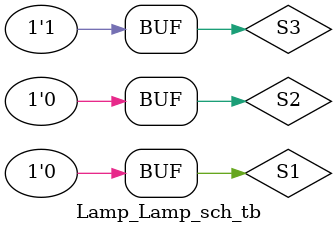
<source format=v>

`timescale 1ns / 1ps

module Lamp_Lamp_sch_tb();

// Inputs
   reg S1;
   reg S2;
   reg S3;

// Output
   wire F;
   wire Buzzer;
   wire [6:0] LED;

// Bidirs

// Instantiate the UUT
   Lamp UUT (
		.S1(S1), 
		.S2(S2), 
		.S3(S3), 
		.F(F), 
		.Buzzer(Buzzer), 
		.LED(LED)
   );
// Initialize Inputs

       initial begin
		S1 = 0;
		S2 = 0;
		S3 = 0;
		#100;
		S3 = 1;
		end
endmodule

</source>
